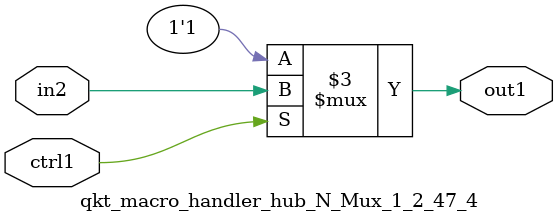
<source format=v>

`timescale 1ps / 1ps


module qkt_macro_handler_hub_N_Mux_1_2_47_4( in2, ctrl1, out1 );

    input in2;
    input ctrl1;
    output out1;
    reg out1;

    
    // rtl_process:qkt_macro_handler_hub_N_Mux_1_2_47_4/qkt_macro_handler_hub_N_Mux_1_2_47_4_thread_1
    always @*
      begin : qkt_macro_handler_hub_N_Mux_1_2_47_4_thread_1
        case (ctrl1) 
          1'b1: 
            begin
              out1 = in2;
            end
          default: 
            begin
              out1 = 1'b1;
            end
        endcase
      end

endmodule



</source>
